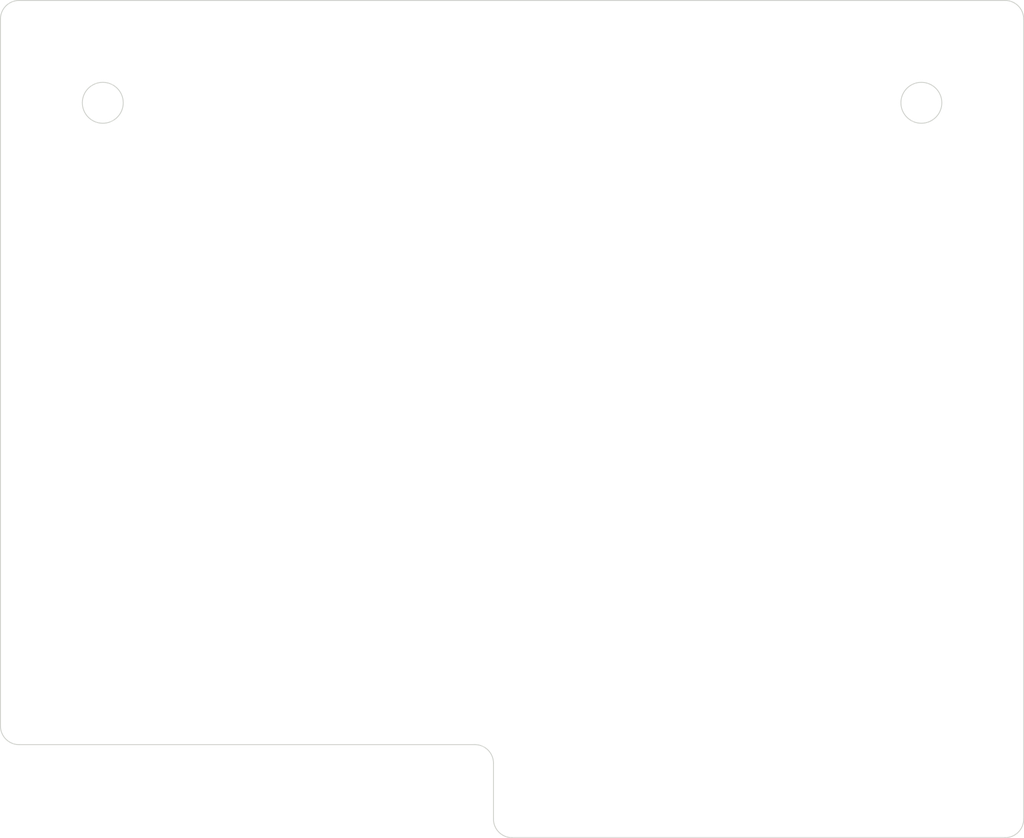
<source format=kicad_pcb>
(kicad_pcb (version 20171130) (host pcbnew "(5.1.6)-1")

  (general
    (thickness 1.6)
    (drawings 14)
    (tracks 0)
    (zones 0)
    (modules 0)
    (nets 1)
  )

  (page A4)
  (layers
    (0 F.Cu signal)
    (31 B.Cu signal)
    (32 B.Adhes user)
    (33 F.Adhes user)
    (34 B.Paste user)
    (35 F.Paste user)
    (36 B.SilkS user)
    (37 F.SilkS user)
    (38 B.Mask user)
    (39 F.Mask user)
    (40 Dwgs.User user)
    (41 Cmts.User user)
    (42 Eco1.User user)
    (43 Eco2.User user)
    (44 Edge.Cuts user)
    (45 Margin user)
    (46 B.CrtYd user)
    (47 F.CrtYd user)
    (48 B.Fab user)
    (49 F.Fab user)
  )

  (setup
    (last_trace_width 0.25)
    (trace_clearance 0.2)
    (zone_clearance 0.508)
    (zone_45_only no)
    (trace_min 0.2)
    (via_size 0.8)
    (via_drill 0.4)
    (via_min_size 0.4)
    (via_min_drill 0.3)
    (uvia_size 0.3)
    (uvia_drill 0.1)
    (uvias_allowed no)
    (uvia_min_size 0.2)
    (uvia_min_drill 0.1)
    (edge_width 0.05)
    (segment_width 0.2)
    (pcb_text_width 0.3)
    (pcb_text_size 1.5 1.5)
    (mod_edge_width 0.12)
    (mod_text_size 1 1)
    (mod_text_width 0.15)
    (pad_size 1.524 1.524)
    (pad_drill 0.762)
    (pad_to_mask_clearance 0.05)
    (aux_axis_origin 0 0)
    (visible_elements 7FFFFFFF)
    (pcbplotparams
      (layerselection 0x01000_7ffffffe)
      (usegerberextensions true)
      (usegerberattributes false)
      (usegerberadvancedattributes true)
      (creategerberjobfile false)
      (excludeedgelayer true)
      (linewidth 0.100000)
      (plotframeref false)
      (viasonmask false)
      (mode 1)
      (useauxorigin false)
      (hpglpennumber 1)
      (hpglpenspeed 20)
      (hpglpendiameter 15.000000)
      (psnegative false)
      (psa4output false)
      (plotreference true)
      (plotvalue true)
      (plotinvisibletext false)
      (padsonsilk false)
      (subtractmaskfromsilk false)
      (outputformat 5)
      (mirror false)
      (drillshape 0)
      (scaleselection 1)
      (outputdirectory "."))
  )

  (net 0 "")

  (net_class Default "This is the default net class."
    (clearance 0.2)
    (trace_width 0.25)
    (via_dia 0.8)
    (via_drill 0.4)
    (uvia_dia 0.3)
    (uvia_drill 0.1)
  )

  (net_class VCC/GND ""
    (clearance 0.2)
    (trace_width 0.4)
    (via_dia 0.8)
    (via_drill 0.4)
    (uvia_dia 0.3)
    (uvia_drill 0.1)
  )

  (gr_arc (start 121 98) (end 120 98) (angle -90) (layer Edge.Cuts) (width 0.05))
  (gr_arc (start 147.5 103) (end 146.5 103) (angle -90) (layer Edge.Cuts) (width 0.05))
  (gr_arc (start 174 103) (end 174 104) (angle -90) (layer Edge.Cuts) (width 0.05))
  (gr_arc (start 174 60) (end 175 60) (angle -90) (layer Edge.Cuts) (width 0.05))
  (gr_arc (start 121 60) (end 121 59) (angle -90) (layer Edge.Cuts) (width 0.05))
  (gr_circle (center 169.5 64.5) (end 170.6 64.5) (layer Edge.Cuts) (width 0.05))
  (gr_circle (center 125.5 64.5) (end 126.6 64.5) (layer Edge.Cuts) (width 0.05))
  (gr_line (start 174 104) (end 147.5 104) (layer Edge.Cuts) (width 0.05))
  (gr_arc (start 145.5 100) (end 146.5 100) (angle -90) (layer Edge.Cuts) (width 0.05))
  (gr_line (start 146.5 103) (end 146.5 100) (layer Edge.Cuts) (width 0.05))
  (gr_line (start 120 98) (end 120 60) (layer Edge.Cuts) (width 0.05) (tstamp 5F1B6225))
  (gr_line (start 145.5 99) (end 121 99) (layer Edge.Cuts) (width 0.05))
  (gr_line (start 175 60) (end 175 103) (layer Edge.Cuts) (width 0.05))
  (gr_line (start 121 59) (end 174 59) (layer Edge.Cuts) (width 0.05))

)

</source>
